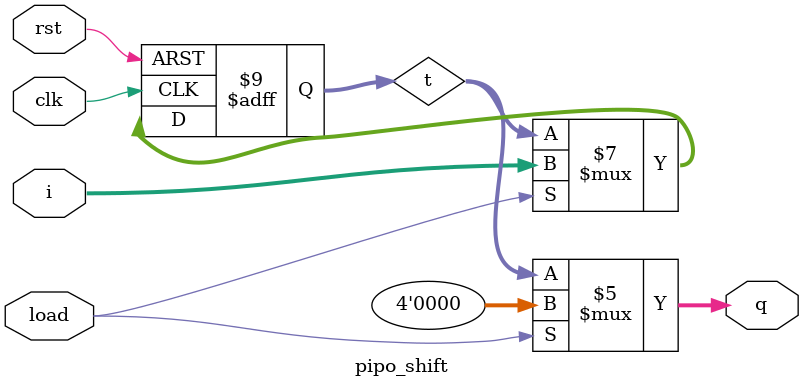
<source format=v>

module pipo_shift #(parameter n=4)
(input clk,rst,load,
 input [n-1:0]i,
 output [n-1:0]q);

//reg w=1'b0;
reg [n-1:0]t;

always @ (posedge clk,negedge rst)
begin
	if(!rst)
	begin
	t<={n{1'b0}};
	//w<=1'b0;
	end
	
	else if(load==1)
	begin
	t<=i;
	end
	
	else
	begin
	t<=t;
	end

end

assign q=(!load)?t:{n{1'b0}};

endmodule

</source>
